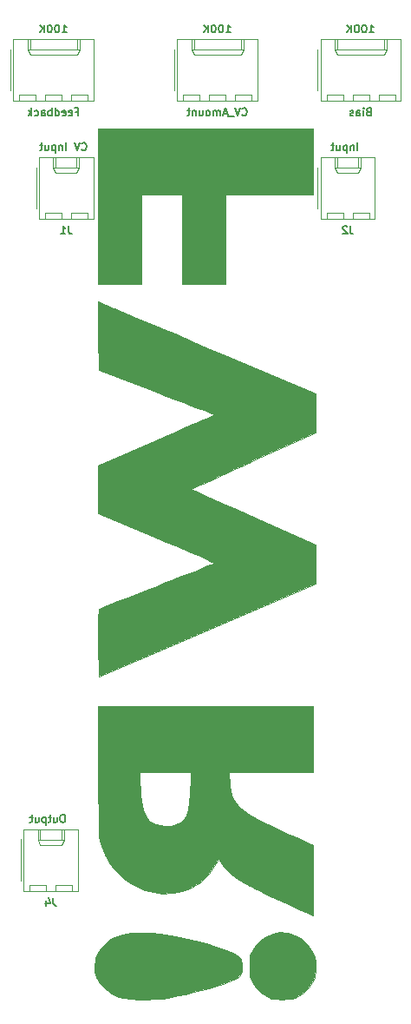
<source format=gbr>
%TF.GenerationSoftware,KiCad,Pcbnew,(5.1.8-0-10_14)*%
%TF.CreationDate,2021-07-20T21:06:28-04:00*%
%TF.ProjectId,fwr2,66777232-2e6b-4696-9361-645f70636258,rev?*%
%TF.SameCoordinates,Original*%
%TF.FileFunction,Legend,Bot*%
%TF.FilePolarity,Positive*%
%FSLAX46Y46*%
G04 Gerber Fmt 4.6, Leading zero omitted, Abs format (unit mm)*
G04 Created by KiCad (PCBNEW (5.1.8-0-10_14)) date 2021-07-20 21:06:28*
%MOMM*%
%LPD*%
G01*
G04 APERTURE LIST*
%ADD10C,0.010000*%
%ADD11C,0.120000*%
%ADD12C,0.150000*%
G04 APERTURE END LIST*
D10*
%TO.C,G\u002A\u002A\u002A*%
G36*
X112071877Y-144453600D02*
G01*
X112132815Y-144693367D01*
X112244251Y-144962819D01*
X112244601Y-144963583D01*
X112554904Y-145481786D01*
X112982057Y-145974902D01*
X113475688Y-146391190D01*
X113858759Y-146621629D01*
X114380773Y-146836195D01*
X114957346Y-146986876D01*
X115616668Y-147077828D01*
X116386932Y-147113208D01*
X117126000Y-147103508D01*
X117820811Y-147066181D01*
X118536827Y-147003064D01*
X119198535Y-146921467D01*
X119496667Y-146874057D01*
X120194698Y-146740748D01*
X120943805Y-146578510D01*
X121719572Y-146394258D01*
X122497581Y-146194904D01*
X123253416Y-145987365D01*
X123962660Y-145778552D01*
X124600895Y-145575382D01*
X125143706Y-145384768D01*
X125566673Y-145213624D01*
X125824112Y-145082317D01*
X126139914Y-144849463D01*
X126329164Y-144594940D01*
X126417784Y-144269299D01*
X126433603Y-143919749D01*
X126416996Y-143598608D01*
X126379488Y-143322441D01*
X126336326Y-143169901D01*
X126154058Y-142954559D01*
X125809594Y-142721364D01*
X125308857Y-142472705D01*
X124657772Y-142210967D01*
X123862261Y-141938537D01*
X122928248Y-141657802D01*
X121891293Y-141378729D01*
X120363202Y-141022201D01*
X118968387Y-140769382D01*
X117706272Y-140620261D01*
X116576284Y-140574828D01*
X115577847Y-140633071D01*
X114710387Y-140794981D01*
X113973328Y-141060545D01*
X113668091Y-141223386D01*
X113171574Y-141591669D01*
X112718710Y-142056784D01*
X112362942Y-142561415D01*
X112286456Y-142705139D01*
X112161382Y-143031758D01*
X112088345Y-143418414D01*
X112059546Y-143799193D01*
X112050949Y-144177535D01*
X112071877Y-144453600D01*
G37*
X112071877Y-144453600D02*
X112132815Y-144693367D01*
X112244251Y-144962819D01*
X112244601Y-144963583D01*
X112554904Y-145481786D01*
X112982057Y-145974902D01*
X113475688Y-146391190D01*
X113858759Y-146621629D01*
X114380773Y-146836195D01*
X114957346Y-146986876D01*
X115616668Y-147077828D01*
X116386932Y-147113208D01*
X117126000Y-147103508D01*
X117820811Y-147066181D01*
X118536827Y-147003064D01*
X119198535Y-146921467D01*
X119496667Y-146874057D01*
X120194698Y-146740748D01*
X120943805Y-146578510D01*
X121719572Y-146394258D01*
X122497581Y-146194904D01*
X123253416Y-145987365D01*
X123962660Y-145778552D01*
X124600895Y-145575382D01*
X125143706Y-145384768D01*
X125566673Y-145213624D01*
X125824112Y-145082317D01*
X126139914Y-144849463D01*
X126329164Y-144594940D01*
X126417784Y-144269299D01*
X126433603Y-143919749D01*
X126416996Y-143598608D01*
X126379488Y-143322441D01*
X126336326Y-143169901D01*
X126154058Y-142954559D01*
X125809594Y-142721364D01*
X125308857Y-142472705D01*
X124657772Y-142210967D01*
X123862261Y-141938537D01*
X122928248Y-141657802D01*
X121891293Y-141378729D01*
X120363202Y-141022201D01*
X118968387Y-140769382D01*
X117706272Y-140620261D01*
X116576284Y-140574828D01*
X115577847Y-140633071D01*
X114710387Y-140794981D01*
X113973328Y-141060545D01*
X113668091Y-141223386D01*
X113171574Y-141591669D01*
X112718710Y-142056784D01*
X112362942Y-142561415D01*
X112286456Y-142705139D01*
X112161382Y-143031758D01*
X112088345Y-143418414D01*
X112059546Y-143799193D01*
X112050949Y-144177535D01*
X112071877Y-144453600D01*
G36*
X112403632Y-124838834D02*
G01*
X112429670Y-131167667D01*
X112662208Y-131913366D01*
X113064899Y-132961902D01*
X113580239Y-133884418D01*
X114209465Y-134682413D01*
X114953813Y-135357385D01*
X115814522Y-135910833D01*
X116067667Y-136039935D01*
X116970339Y-136422036D01*
X117822125Y-136662676D01*
X118655455Y-136767814D01*
X119502756Y-136743409D01*
X119741172Y-136714966D01*
X120581553Y-136545412D01*
X121332725Y-136270813D01*
X122052853Y-135869515D01*
X122105665Y-135834750D01*
X122531599Y-135525845D01*
X122891359Y-135198911D01*
X123222103Y-134813444D01*
X123560987Y-134328945D01*
X123724710Y-134069973D01*
X124128594Y-133416280D01*
X124449332Y-133881976D01*
X124812573Y-134346750D01*
X125245008Y-134776442D01*
X125768918Y-135187990D01*
X126406582Y-135598332D01*
X127180281Y-136024404D01*
X127444782Y-136159096D01*
X127651266Y-136260038D01*
X127972030Y-136413592D01*
X128386777Y-136610291D01*
X128875211Y-136840666D01*
X129417037Y-137095247D01*
X129991958Y-137364568D01*
X130579678Y-137639159D01*
X131159901Y-137909552D01*
X131712330Y-138166279D01*
X132216671Y-138399872D01*
X132652627Y-138600862D01*
X132999901Y-138759780D01*
X133238198Y-138867159D01*
X133347221Y-138913530D01*
X133351532Y-138914667D01*
X133358117Y-138832959D01*
X133364213Y-138599674D01*
X133369663Y-138232565D01*
X133374311Y-137749389D01*
X133377999Y-137167898D01*
X133380572Y-136505850D01*
X133381872Y-135780997D01*
X133382000Y-135463746D01*
X133382000Y-132012825D01*
X131752167Y-131300022D01*
X130698701Y-130834928D01*
X129789414Y-130423137D01*
X129010473Y-130057062D01*
X128348051Y-129729118D01*
X127788318Y-129431718D01*
X127317443Y-129157277D01*
X126921596Y-128898207D01*
X126586949Y-128646923D01*
X126299672Y-128395838D01*
X126107556Y-128203700D01*
X125861196Y-127915328D01*
X125642283Y-127610863D01*
X125501575Y-127362861D01*
X125423800Y-127116007D01*
X125345763Y-126747615D01*
X125274519Y-126305321D01*
X125217129Y-125836764D01*
X125180649Y-125389579D01*
X125171518Y-125135167D01*
X125169334Y-124944667D01*
X133382000Y-124944667D01*
X133382000Y-118510000D01*
X121444000Y-118510000D01*
X121444000Y-124944667D01*
X121442189Y-125431500D01*
X121435793Y-125701337D01*
X121419607Y-126090928D01*
X121395968Y-126551127D01*
X121367215Y-127032789D01*
X121362618Y-127103667D01*
X121283620Y-127937642D01*
X121160319Y-128618498D01*
X120983227Y-129158832D01*
X120742860Y-129571239D01*
X120429732Y-129868315D01*
X120034358Y-130062657D01*
X119547251Y-130166861D01*
X119035438Y-130194000D01*
X118371786Y-130136077D01*
X117824858Y-129958256D01*
X117386004Y-129654455D01*
X117046573Y-129218596D01*
X116797912Y-128644598D01*
X116788554Y-128614896D01*
X116704397Y-128261240D01*
X116625892Y-127778004D01*
X116557192Y-127204932D01*
X116502448Y-126581771D01*
X116465810Y-125948266D01*
X116451655Y-125389167D01*
X116448667Y-124944667D01*
X121444000Y-124944667D01*
X121444000Y-118510000D01*
X112377595Y-118510000D01*
X112403632Y-124838834D01*
G37*
X112403632Y-124838834D02*
X112429670Y-131167667D01*
X112662208Y-131913366D01*
X113064899Y-132961902D01*
X113580239Y-133884418D01*
X114209465Y-134682413D01*
X114953813Y-135357385D01*
X115814522Y-135910833D01*
X116067667Y-136039935D01*
X116970339Y-136422036D01*
X117822125Y-136662676D01*
X118655455Y-136767814D01*
X119502756Y-136743409D01*
X119741172Y-136714966D01*
X120581553Y-136545412D01*
X121332725Y-136270813D01*
X122052853Y-135869515D01*
X122105665Y-135834750D01*
X122531599Y-135525845D01*
X122891359Y-135198911D01*
X123222103Y-134813444D01*
X123560987Y-134328945D01*
X123724710Y-134069973D01*
X124128594Y-133416280D01*
X124449332Y-133881976D01*
X124812573Y-134346750D01*
X125245008Y-134776442D01*
X125768918Y-135187990D01*
X126406582Y-135598332D01*
X127180281Y-136024404D01*
X127444782Y-136159096D01*
X127651266Y-136260038D01*
X127972030Y-136413592D01*
X128386777Y-136610291D01*
X128875211Y-136840666D01*
X129417037Y-137095247D01*
X129991958Y-137364568D01*
X130579678Y-137639159D01*
X131159901Y-137909552D01*
X131712330Y-138166279D01*
X132216671Y-138399872D01*
X132652627Y-138600862D01*
X132999901Y-138759780D01*
X133238198Y-138867159D01*
X133347221Y-138913530D01*
X133351532Y-138914667D01*
X133358117Y-138832959D01*
X133364213Y-138599674D01*
X133369663Y-138232565D01*
X133374311Y-137749389D01*
X133377999Y-137167898D01*
X133380572Y-136505850D01*
X133381872Y-135780997D01*
X133382000Y-135463746D01*
X133382000Y-132012825D01*
X131752167Y-131300022D01*
X130698701Y-130834928D01*
X129789414Y-130423137D01*
X129010473Y-130057062D01*
X128348051Y-129729118D01*
X127788318Y-129431718D01*
X127317443Y-129157277D01*
X126921596Y-128898207D01*
X126586949Y-128646923D01*
X126299672Y-128395838D01*
X126107556Y-128203700D01*
X125861196Y-127915328D01*
X125642283Y-127610863D01*
X125501575Y-127362861D01*
X125423800Y-127116007D01*
X125345763Y-126747615D01*
X125274519Y-126305321D01*
X125217129Y-125836764D01*
X125180649Y-125389579D01*
X125171518Y-125135167D01*
X125169334Y-124944667D01*
X133382000Y-124944667D01*
X133382000Y-118510000D01*
X121444000Y-118510000D01*
X121444000Y-124944667D01*
X121442189Y-125431500D01*
X121435793Y-125701337D01*
X121419607Y-126090928D01*
X121395968Y-126551127D01*
X121367215Y-127032789D01*
X121362618Y-127103667D01*
X121283620Y-127937642D01*
X121160319Y-128618498D01*
X120983227Y-129158832D01*
X120742860Y-129571239D01*
X120429732Y-129868315D01*
X120034358Y-130062657D01*
X119547251Y-130166861D01*
X119035438Y-130194000D01*
X118371786Y-130136077D01*
X117824858Y-129958256D01*
X117386004Y-129654455D01*
X117046573Y-129218596D01*
X116797912Y-128644598D01*
X116788554Y-128614896D01*
X116704397Y-128261240D01*
X116625892Y-127778004D01*
X116557192Y-127204932D01*
X116502448Y-126581771D01*
X116465810Y-125948266D01*
X116451655Y-125389167D01*
X116448667Y-124944667D01*
X121444000Y-124944667D01*
X121444000Y-118510000D01*
X112377595Y-118510000D01*
X112403632Y-124838834D01*
G36*
X116618000Y-77362000D02*
G01*
X116618000Y-68641334D01*
X120597334Y-68641334D01*
X120597334Y-77362000D01*
X124830667Y-77362000D01*
X124830667Y-68641334D01*
X133382000Y-68641334D01*
X133382000Y-62206667D01*
X112384667Y-62206667D01*
X112384667Y-77362000D01*
X116618000Y-77362000D01*
G37*
X116618000Y-77362000D02*
X116618000Y-68641334D01*
X120597334Y-68641334D01*
X120597334Y-77362000D01*
X124830667Y-77362000D01*
X124830667Y-68641334D01*
X133382000Y-68641334D01*
X133382000Y-62206667D01*
X112384667Y-62206667D01*
X112384667Y-77362000D01*
X116618000Y-77362000D01*
G36*
X127162871Y-144294551D02*
G01*
X127179774Y-144599974D01*
X127217648Y-144831729D01*
X127284431Y-145037612D01*
X127388061Y-145265417D01*
X127392723Y-145274924D01*
X127790557Y-145920394D01*
X128285788Y-146430036D01*
X128876177Y-146806722D01*
X129137250Y-146930154D01*
X129352015Y-147010447D01*
X129570155Y-147056828D01*
X129841353Y-147078523D01*
X130215292Y-147084761D01*
X130374553Y-147085000D01*
X130806304Y-147080732D01*
X131117251Y-147062784D01*
X131355821Y-147023441D01*
X131570439Y-146954984D01*
X131788163Y-146859752D01*
X132415491Y-146473870D01*
X132941232Y-145957451D01*
X133303692Y-145413011D01*
X133436843Y-145151382D01*
X133522052Y-144930646D01*
X133571400Y-144696386D01*
X133596971Y-144394181D01*
X133609193Y-144037000D01*
X133611590Y-143651604D01*
X133600524Y-143309974D01*
X133578204Y-143060848D01*
X133561211Y-142978667D01*
X133249753Y-142281768D01*
X132811880Y-141680201D01*
X132265877Y-141190147D01*
X131630028Y-140827787D01*
X130922622Y-140609301D01*
X130873393Y-140600253D01*
X130194452Y-140563413D01*
X129521674Y-140680843D01*
X128881194Y-140938659D01*
X128299146Y-141322980D01*
X127801666Y-141819922D01*
X127414887Y-142415605D01*
X127400164Y-142445202D01*
X127291956Y-142679953D01*
X127221904Y-142886791D01*
X127181843Y-143113888D01*
X127163604Y-143409415D01*
X127159022Y-143821543D01*
X127159000Y-143867667D01*
X127162871Y-144294551D01*
G37*
X127162871Y-144294551D02*
X127179774Y-144599974D01*
X127217648Y-144831729D01*
X127284431Y-145037612D01*
X127388061Y-145265417D01*
X127392723Y-145274924D01*
X127790557Y-145920394D01*
X128285788Y-146430036D01*
X128876177Y-146806722D01*
X129137250Y-146930154D01*
X129352015Y-147010447D01*
X129570155Y-147056828D01*
X129841353Y-147078523D01*
X130215292Y-147084761D01*
X130374553Y-147085000D01*
X130806304Y-147080732D01*
X131117251Y-147062784D01*
X131355821Y-147023441D01*
X131570439Y-146954984D01*
X131788163Y-146859752D01*
X132415491Y-146473870D01*
X132941232Y-145957451D01*
X133303692Y-145413011D01*
X133436843Y-145151382D01*
X133522052Y-144930646D01*
X133571400Y-144696386D01*
X133596971Y-144394181D01*
X133609193Y-144037000D01*
X133611590Y-143651604D01*
X133600524Y-143309974D01*
X133578204Y-143060848D01*
X133561211Y-142978667D01*
X133249753Y-142281768D01*
X132811880Y-141680201D01*
X132265877Y-141190147D01*
X131630028Y-140827787D01*
X130922622Y-140609301D01*
X130873393Y-140600253D01*
X130194452Y-140563413D01*
X129521674Y-140680843D01*
X128881194Y-140938659D01*
X128299146Y-141322980D01*
X127801666Y-141819922D01*
X127414887Y-142415605D01*
X127400164Y-142445202D01*
X127291956Y-142679953D01*
X127221904Y-142886791D01*
X127181843Y-143113888D01*
X127163604Y-143409415D01*
X127159022Y-143821543D01*
X127159000Y-143867667D01*
X127162871Y-144294551D01*
G36*
X112404868Y-82418504D02*
G01*
X112427000Y-85767131D01*
X118072141Y-87893399D01*
X119003591Y-88244610D01*
X119888176Y-88578881D01*
X120713205Y-88891370D01*
X121465986Y-89177236D01*
X122133829Y-89431638D01*
X122704043Y-89649733D01*
X123163936Y-89826680D01*
X123500817Y-89957638D01*
X123701995Y-90037765D01*
X123756689Y-90062000D01*
X123687395Y-90101448D01*
X123474489Y-90202215D01*
X123130031Y-90358984D01*
X122666080Y-90566440D01*
X122094697Y-90819266D01*
X121427942Y-91112147D01*
X120677872Y-91439766D01*
X119856550Y-91796806D01*
X118976033Y-92177953D01*
X118090729Y-92559667D01*
X112385362Y-95015000D01*
X112386077Y-97343334D01*
X112386793Y-99671667D01*
X118094915Y-102084667D01*
X119021726Y-102477474D01*
X119900285Y-102851804D01*
X120718533Y-103202397D01*
X121464411Y-103523992D01*
X122125861Y-103811329D01*
X122690822Y-104059147D01*
X123147237Y-104262185D01*
X123483047Y-104415183D01*
X123686192Y-104512879D01*
X123745352Y-104549647D01*
X123658867Y-104588460D01*
X123427440Y-104683920D01*
X123063813Y-104830958D01*
X122580730Y-105024506D01*
X121990934Y-105259494D01*
X121307168Y-105530853D01*
X120542175Y-105833514D01*
X119708700Y-106162408D01*
X118819484Y-106512466D01*
X118126861Y-106784591D01*
X117203306Y-107147431D01*
X116325151Y-107492990D01*
X115505241Y-107816178D01*
X114756421Y-108111906D01*
X114091535Y-108375086D01*
X113523427Y-108600627D01*
X113064942Y-108783442D01*
X112728924Y-108918439D01*
X112528217Y-109000532D01*
X112474353Y-109024232D01*
X112448604Y-109107526D01*
X112428441Y-109326053D01*
X112413742Y-109685778D01*
X112404379Y-110192664D01*
X112400230Y-110852677D01*
X112401169Y-111671779D01*
X112404825Y-112348701D01*
X112427000Y-115616496D01*
X133639108Y-106544230D01*
X133616388Y-104642065D01*
X133593667Y-102739899D01*
X127528651Y-100062783D01*
X126574905Y-99641080D01*
X125667920Y-99238660D01*
X124819361Y-98860781D01*
X124040891Y-98512705D01*
X123344175Y-98199689D01*
X122740878Y-97926995D01*
X122242662Y-97699882D01*
X121861193Y-97523610D01*
X121608135Y-97403439D01*
X121495152Y-97344628D01*
X121490216Y-97339854D01*
X121569691Y-97298567D01*
X121791772Y-97192977D01*
X122144734Y-97028458D01*
X122616850Y-96810385D01*
X123196392Y-96544131D01*
X123871634Y-96235070D01*
X124630850Y-95888576D01*
X125462311Y-95510023D01*
X126354292Y-95104784D01*
X127295066Y-94678234D01*
X127576399Y-94550838D01*
X133636000Y-91807633D01*
X133634670Y-89897650D01*
X133633339Y-87987667D01*
X124554170Y-84181457D01*
X123341388Y-83672990D01*
X122149057Y-83173021D01*
X120989199Y-82686594D01*
X119873836Y-82218756D01*
X118814989Y-81774551D01*
X117824683Y-81359024D01*
X116914937Y-80977221D01*
X116097775Y-80634186D01*
X115385219Y-80334964D01*
X114789291Y-80084601D01*
X114322012Y-79888142D01*
X113995406Y-79750631D01*
X113928868Y-79722562D01*
X112382737Y-79069878D01*
X112404868Y-82418504D01*
G37*
X112404868Y-82418504D02*
X112427000Y-85767131D01*
X118072141Y-87893399D01*
X119003591Y-88244610D01*
X119888176Y-88578881D01*
X120713205Y-88891370D01*
X121465986Y-89177236D01*
X122133829Y-89431638D01*
X122704043Y-89649733D01*
X123163936Y-89826680D01*
X123500817Y-89957638D01*
X123701995Y-90037765D01*
X123756689Y-90062000D01*
X123687395Y-90101448D01*
X123474489Y-90202215D01*
X123130031Y-90358984D01*
X122666080Y-90566440D01*
X122094697Y-90819266D01*
X121427942Y-91112147D01*
X120677872Y-91439766D01*
X119856550Y-91796806D01*
X118976033Y-92177953D01*
X118090729Y-92559667D01*
X112385362Y-95015000D01*
X112386077Y-97343334D01*
X112386793Y-99671667D01*
X118094915Y-102084667D01*
X119021726Y-102477474D01*
X119900285Y-102851804D01*
X120718533Y-103202397D01*
X121464411Y-103523992D01*
X122125861Y-103811329D01*
X122690822Y-104059147D01*
X123147237Y-104262185D01*
X123483047Y-104415183D01*
X123686192Y-104512879D01*
X123745352Y-104549647D01*
X123658867Y-104588460D01*
X123427440Y-104683920D01*
X123063813Y-104830958D01*
X122580730Y-105024506D01*
X121990934Y-105259494D01*
X121307168Y-105530853D01*
X120542175Y-105833514D01*
X119708700Y-106162408D01*
X118819484Y-106512466D01*
X118126861Y-106784591D01*
X117203306Y-107147431D01*
X116325151Y-107492990D01*
X115505241Y-107816178D01*
X114756421Y-108111906D01*
X114091535Y-108375086D01*
X113523427Y-108600627D01*
X113064942Y-108783442D01*
X112728924Y-108918439D01*
X112528217Y-109000532D01*
X112474353Y-109024232D01*
X112448604Y-109107526D01*
X112428441Y-109326053D01*
X112413742Y-109685778D01*
X112404379Y-110192664D01*
X112400230Y-110852677D01*
X112401169Y-111671779D01*
X112404825Y-112348701D01*
X112427000Y-115616496D01*
X133639108Y-106544230D01*
X133616388Y-104642065D01*
X133593667Y-102739899D01*
X127528651Y-100062783D01*
X126574905Y-99641080D01*
X125667920Y-99238660D01*
X124819361Y-98860781D01*
X124040891Y-98512705D01*
X123344175Y-98199689D01*
X122740878Y-97926995D01*
X122242662Y-97699882D01*
X121861193Y-97523610D01*
X121608135Y-97403439D01*
X121495152Y-97344628D01*
X121490216Y-97339854D01*
X121569691Y-97298567D01*
X121791772Y-97192977D01*
X122144734Y-97028458D01*
X122616850Y-96810385D01*
X123196392Y-96544131D01*
X123871634Y-96235070D01*
X124630850Y-95888576D01*
X125462311Y-95510023D01*
X126354292Y-95104784D01*
X127295066Y-94678234D01*
X127576399Y-94550838D01*
X133636000Y-91807633D01*
X133634670Y-89897650D01*
X133633339Y-87987667D01*
X124554170Y-84181457D01*
X123341388Y-83672990D01*
X122149057Y-83173021D01*
X120989199Y-82686594D01*
X119873836Y-82218756D01*
X118814989Y-81774551D01*
X117824683Y-81359024D01*
X116914937Y-80977221D01*
X116097775Y-80634186D01*
X115385219Y-80334964D01*
X114789291Y-80084601D01*
X114322012Y-79888142D01*
X113995406Y-79750631D01*
X113928868Y-79722562D01*
X112382737Y-79069878D01*
X112404868Y-82418504D01*
D11*
%TO.C,J4*%
X105120000Y-136530000D02*
X105120000Y-130510000D01*
X105120000Y-130510000D02*
X110420000Y-130510000D01*
X110420000Y-130510000D02*
X110420000Y-136530000D01*
X110420000Y-136530000D02*
X105120000Y-136530000D01*
X104830000Y-135500000D02*
X104830000Y-131500000D01*
X106500000Y-130510000D02*
X106500000Y-131510000D01*
X106500000Y-131510000D02*
X109040000Y-131510000D01*
X109040000Y-131510000D02*
X109040000Y-130510000D01*
X106500000Y-131510000D02*
X106750000Y-132040000D01*
X106750000Y-132040000D02*
X108790000Y-132040000D01*
X108790000Y-132040000D02*
X109040000Y-131510000D01*
X106750000Y-130510000D02*
X106750000Y-131510000D01*
X108790000Y-130510000D02*
X108790000Y-131510000D01*
X105700000Y-136530000D02*
X105700000Y-135930000D01*
X105700000Y-135930000D02*
X107300000Y-135930000D01*
X107300000Y-135930000D02*
X107300000Y-136530000D01*
X108240000Y-136530000D02*
X108240000Y-135930000D01*
X108240000Y-135930000D02*
X109840000Y-135930000D01*
X109840000Y-135930000D02*
X109840000Y-136530000D01*
%TO.C,Bias*%
X134120000Y-59530000D02*
X134120000Y-53510000D01*
X134120000Y-53510000D02*
X141960000Y-53510000D01*
X141960000Y-53510000D02*
X141960000Y-59530000D01*
X141960000Y-59530000D02*
X134120000Y-59530000D01*
X133830000Y-58500000D02*
X133830000Y-54500000D01*
X135500000Y-53510000D02*
X135500000Y-54510000D01*
X135500000Y-54510000D02*
X140580000Y-54510000D01*
X140580000Y-54510000D02*
X140580000Y-53510000D01*
X135500000Y-54510000D02*
X135750000Y-55040000D01*
X135750000Y-55040000D02*
X140330000Y-55040000D01*
X140330000Y-55040000D02*
X140580000Y-54510000D01*
X135750000Y-53510000D02*
X135750000Y-54510000D01*
X140330000Y-53510000D02*
X140330000Y-54510000D01*
X134700000Y-59530000D02*
X134700000Y-58930000D01*
X134700000Y-58930000D02*
X136300000Y-58930000D01*
X136300000Y-58930000D02*
X136300000Y-59530000D01*
X137240000Y-59530000D02*
X137240000Y-58930000D01*
X137240000Y-58930000D02*
X138840000Y-58930000D01*
X138840000Y-58930000D02*
X138840000Y-59530000D01*
X139780000Y-59530000D02*
X139780000Y-58930000D01*
X139780000Y-58930000D02*
X141380000Y-58930000D01*
X141380000Y-58930000D02*
X141380000Y-59530000D01*
%TO.C,CV_Amount*%
X127380000Y-58930000D02*
X127380000Y-59530000D01*
X125780000Y-58930000D02*
X127380000Y-58930000D01*
X125780000Y-59530000D02*
X125780000Y-58930000D01*
X124840000Y-58930000D02*
X124840000Y-59530000D01*
X123240000Y-58930000D02*
X124840000Y-58930000D01*
X123240000Y-59530000D02*
X123240000Y-58930000D01*
X122300000Y-58930000D02*
X122300000Y-59530000D01*
X120700000Y-58930000D02*
X122300000Y-58930000D01*
X120700000Y-59530000D02*
X120700000Y-58930000D01*
X126330000Y-53510000D02*
X126330000Y-54510000D01*
X121750000Y-53510000D02*
X121750000Y-54510000D01*
X126330000Y-55040000D02*
X126580000Y-54510000D01*
X121750000Y-55040000D02*
X126330000Y-55040000D01*
X121500000Y-54510000D02*
X121750000Y-55040000D01*
X126580000Y-54510000D02*
X126580000Y-53510000D01*
X121500000Y-54510000D02*
X126580000Y-54510000D01*
X121500000Y-53510000D02*
X121500000Y-54510000D01*
X119830000Y-58500000D02*
X119830000Y-54500000D01*
X127960000Y-59530000D02*
X120120000Y-59530000D01*
X127960000Y-53510000D02*
X127960000Y-59530000D01*
X120120000Y-53510000D02*
X127960000Y-53510000D01*
X120120000Y-59530000D02*
X120120000Y-53510000D01*
%TO.C,Feedback*%
X104120000Y-59530000D02*
X104120000Y-53510000D01*
X104120000Y-53510000D02*
X111960000Y-53510000D01*
X111960000Y-53510000D02*
X111960000Y-59530000D01*
X111960000Y-59530000D02*
X104120000Y-59530000D01*
X103830000Y-58500000D02*
X103830000Y-54500000D01*
X105500000Y-53510000D02*
X105500000Y-54510000D01*
X105500000Y-54510000D02*
X110580000Y-54510000D01*
X110580000Y-54510000D02*
X110580000Y-53510000D01*
X105500000Y-54510000D02*
X105750000Y-55040000D01*
X105750000Y-55040000D02*
X110330000Y-55040000D01*
X110330000Y-55040000D02*
X110580000Y-54510000D01*
X105750000Y-53510000D02*
X105750000Y-54510000D01*
X110330000Y-53510000D02*
X110330000Y-54510000D01*
X104700000Y-59530000D02*
X104700000Y-58930000D01*
X104700000Y-58930000D02*
X106300000Y-58930000D01*
X106300000Y-58930000D02*
X106300000Y-59530000D01*
X107240000Y-59530000D02*
X107240000Y-58930000D01*
X107240000Y-58930000D02*
X108840000Y-58930000D01*
X108840000Y-58930000D02*
X108840000Y-59530000D01*
X109780000Y-59530000D02*
X109780000Y-58930000D01*
X109780000Y-58930000D02*
X111380000Y-58930000D01*
X111380000Y-58930000D02*
X111380000Y-59530000D01*
%TO.C,J1*%
X111340000Y-70430000D02*
X111340000Y-71030000D01*
X109740000Y-70430000D02*
X111340000Y-70430000D01*
X109740000Y-71030000D02*
X109740000Y-70430000D01*
X108800000Y-70430000D02*
X108800000Y-71030000D01*
X107200000Y-70430000D02*
X108800000Y-70430000D01*
X107200000Y-71030000D02*
X107200000Y-70430000D01*
X110290000Y-65010000D02*
X110290000Y-66010000D01*
X108250000Y-65010000D02*
X108250000Y-66010000D01*
X110290000Y-66540000D02*
X110540000Y-66010000D01*
X108250000Y-66540000D02*
X110290000Y-66540000D01*
X108000000Y-66010000D02*
X108250000Y-66540000D01*
X110540000Y-66010000D02*
X110540000Y-65010000D01*
X108000000Y-66010000D02*
X110540000Y-66010000D01*
X108000000Y-65010000D02*
X108000000Y-66010000D01*
X106330000Y-70000000D02*
X106330000Y-66000000D01*
X111920000Y-71030000D02*
X106620000Y-71030000D01*
X111920000Y-65010000D02*
X111920000Y-71030000D01*
X106620000Y-65010000D02*
X111920000Y-65010000D01*
X106620000Y-71030000D02*
X106620000Y-65010000D01*
%TO.C,J2*%
X134120000Y-71030000D02*
X134120000Y-65010000D01*
X134120000Y-65010000D02*
X139420000Y-65010000D01*
X139420000Y-65010000D02*
X139420000Y-71030000D01*
X139420000Y-71030000D02*
X134120000Y-71030000D01*
X133830000Y-70000000D02*
X133830000Y-66000000D01*
X135500000Y-65010000D02*
X135500000Y-66010000D01*
X135500000Y-66010000D02*
X138040000Y-66010000D01*
X138040000Y-66010000D02*
X138040000Y-65010000D01*
X135500000Y-66010000D02*
X135750000Y-66540000D01*
X135750000Y-66540000D02*
X137790000Y-66540000D01*
X137790000Y-66540000D02*
X138040000Y-66010000D01*
X135750000Y-65010000D02*
X135750000Y-66010000D01*
X137790000Y-65010000D02*
X137790000Y-66010000D01*
X134700000Y-71030000D02*
X134700000Y-70430000D01*
X134700000Y-70430000D02*
X136300000Y-70430000D01*
X136300000Y-70430000D02*
X136300000Y-71030000D01*
X137240000Y-71030000D02*
X137240000Y-70430000D01*
X137240000Y-70430000D02*
X138840000Y-70430000D01*
X138840000Y-70430000D02*
X138840000Y-71030000D01*
%TO.C,J4*%
D12*
X108020000Y-137209285D02*
X108020000Y-137745000D01*
X108055714Y-137852142D01*
X108127142Y-137923571D01*
X108234285Y-137959285D01*
X108305714Y-137959285D01*
X107341428Y-137459285D02*
X107341428Y-137959285D01*
X107520000Y-137173571D02*
X107698571Y-137709285D01*
X107234285Y-137709285D01*
X109017857Y-129089285D02*
X108875000Y-129089285D01*
X108803571Y-129125000D01*
X108732142Y-129196428D01*
X108696428Y-129339285D01*
X108696428Y-129589285D01*
X108732142Y-129732142D01*
X108803571Y-129803571D01*
X108875000Y-129839285D01*
X109017857Y-129839285D01*
X109089285Y-129803571D01*
X109160714Y-129732142D01*
X109196428Y-129589285D01*
X109196428Y-129339285D01*
X109160714Y-129196428D01*
X109089285Y-129125000D01*
X109017857Y-129089285D01*
X108053571Y-129339285D02*
X108053571Y-129839285D01*
X108375000Y-129339285D02*
X108375000Y-129732142D01*
X108339285Y-129803571D01*
X108267857Y-129839285D01*
X108160714Y-129839285D01*
X108089285Y-129803571D01*
X108053571Y-129767857D01*
X107803571Y-129339285D02*
X107517857Y-129339285D01*
X107696428Y-129089285D02*
X107696428Y-129732142D01*
X107660714Y-129803571D01*
X107589285Y-129839285D01*
X107517857Y-129839285D01*
X107267857Y-129339285D02*
X107267857Y-130089285D01*
X107267857Y-129375000D02*
X107196428Y-129339285D01*
X107053571Y-129339285D01*
X106982142Y-129375000D01*
X106946428Y-129410714D01*
X106910714Y-129482142D01*
X106910714Y-129696428D01*
X106946428Y-129767857D01*
X106982142Y-129803571D01*
X107053571Y-129839285D01*
X107196428Y-129839285D01*
X107267857Y-129803571D01*
X106267857Y-129339285D02*
X106267857Y-129839285D01*
X106589285Y-129339285D02*
X106589285Y-129732142D01*
X106553571Y-129803571D01*
X106482142Y-129839285D01*
X106375000Y-129839285D01*
X106303571Y-129803571D01*
X106267857Y-129767857D01*
X106017857Y-129339285D02*
X105732142Y-129339285D01*
X105910714Y-129089285D02*
X105910714Y-129732142D01*
X105875000Y-129803571D01*
X105803571Y-129839285D01*
X105732142Y-129839285D01*
%TO.C,Bias*%
X138807857Y-60566428D02*
X138700714Y-60602142D01*
X138665000Y-60637857D01*
X138629285Y-60709285D01*
X138629285Y-60816428D01*
X138665000Y-60887857D01*
X138700714Y-60923571D01*
X138772142Y-60959285D01*
X139057857Y-60959285D01*
X139057857Y-60209285D01*
X138807857Y-60209285D01*
X138736428Y-60245000D01*
X138700714Y-60280714D01*
X138665000Y-60352142D01*
X138665000Y-60423571D01*
X138700714Y-60495000D01*
X138736428Y-60530714D01*
X138807857Y-60566428D01*
X139057857Y-60566428D01*
X138307857Y-60959285D02*
X138307857Y-60459285D01*
X138307857Y-60209285D02*
X138343571Y-60245000D01*
X138307857Y-60280714D01*
X138272142Y-60245000D01*
X138307857Y-60209285D01*
X138307857Y-60280714D01*
X137629285Y-60959285D02*
X137629285Y-60566428D01*
X137665000Y-60495000D01*
X137736428Y-60459285D01*
X137879285Y-60459285D01*
X137950714Y-60495000D01*
X137629285Y-60923571D02*
X137700714Y-60959285D01*
X137879285Y-60959285D01*
X137950714Y-60923571D01*
X137986428Y-60852142D01*
X137986428Y-60780714D01*
X137950714Y-60709285D01*
X137879285Y-60673571D01*
X137700714Y-60673571D01*
X137629285Y-60637857D01*
X137307857Y-60923571D02*
X137236428Y-60959285D01*
X137093571Y-60959285D01*
X137022142Y-60923571D01*
X136986428Y-60852142D01*
X136986428Y-60816428D01*
X137022142Y-60745000D01*
X137093571Y-60709285D01*
X137200714Y-60709285D01*
X137272142Y-60673571D01*
X137307857Y-60602142D01*
X137307857Y-60566428D01*
X137272142Y-60495000D01*
X137200714Y-60459285D01*
X137093571Y-60459285D01*
X137022142Y-60495000D01*
X138875000Y-52839285D02*
X139303571Y-52839285D01*
X139089285Y-52839285D02*
X139089285Y-52089285D01*
X139160714Y-52196428D01*
X139232142Y-52267857D01*
X139303571Y-52303571D01*
X138410714Y-52089285D02*
X138339285Y-52089285D01*
X138267857Y-52125000D01*
X138232142Y-52160714D01*
X138196428Y-52232142D01*
X138160714Y-52375000D01*
X138160714Y-52553571D01*
X138196428Y-52696428D01*
X138232142Y-52767857D01*
X138267857Y-52803571D01*
X138339285Y-52839285D01*
X138410714Y-52839285D01*
X138482142Y-52803571D01*
X138517857Y-52767857D01*
X138553571Y-52696428D01*
X138589285Y-52553571D01*
X138589285Y-52375000D01*
X138553571Y-52232142D01*
X138517857Y-52160714D01*
X138482142Y-52125000D01*
X138410714Y-52089285D01*
X137696428Y-52089285D02*
X137625000Y-52089285D01*
X137553571Y-52125000D01*
X137517857Y-52160714D01*
X137482142Y-52232142D01*
X137446428Y-52375000D01*
X137446428Y-52553571D01*
X137482142Y-52696428D01*
X137517857Y-52767857D01*
X137553571Y-52803571D01*
X137625000Y-52839285D01*
X137696428Y-52839285D01*
X137767857Y-52803571D01*
X137803571Y-52767857D01*
X137839285Y-52696428D01*
X137875000Y-52553571D01*
X137875000Y-52375000D01*
X137839285Y-52232142D01*
X137803571Y-52160714D01*
X137767857Y-52125000D01*
X137696428Y-52089285D01*
X137125000Y-52839285D02*
X137125000Y-52089285D01*
X136696428Y-52839285D02*
X137017857Y-52410714D01*
X136696428Y-52089285D02*
X137125000Y-52517857D01*
%TO.C,CV_Amount*%
X126468571Y-60887857D02*
X126504285Y-60923571D01*
X126611428Y-60959285D01*
X126682857Y-60959285D01*
X126790000Y-60923571D01*
X126861428Y-60852142D01*
X126897142Y-60780714D01*
X126932857Y-60637857D01*
X126932857Y-60530714D01*
X126897142Y-60387857D01*
X126861428Y-60316428D01*
X126790000Y-60245000D01*
X126682857Y-60209285D01*
X126611428Y-60209285D01*
X126504285Y-60245000D01*
X126468571Y-60280714D01*
X126254285Y-60209285D02*
X126004285Y-60959285D01*
X125754285Y-60209285D01*
X125682857Y-61030714D02*
X125111428Y-61030714D01*
X124968571Y-60745000D02*
X124611428Y-60745000D01*
X125040000Y-60959285D02*
X124790000Y-60209285D01*
X124540000Y-60959285D01*
X124290000Y-60959285D02*
X124290000Y-60459285D01*
X124290000Y-60530714D02*
X124254285Y-60495000D01*
X124182857Y-60459285D01*
X124075714Y-60459285D01*
X124004285Y-60495000D01*
X123968571Y-60566428D01*
X123968571Y-60959285D01*
X123968571Y-60566428D02*
X123932857Y-60495000D01*
X123861428Y-60459285D01*
X123754285Y-60459285D01*
X123682857Y-60495000D01*
X123647142Y-60566428D01*
X123647142Y-60959285D01*
X123182857Y-60959285D02*
X123254285Y-60923571D01*
X123290000Y-60887857D01*
X123325714Y-60816428D01*
X123325714Y-60602142D01*
X123290000Y-60530714D01*
X123254285Y-60495000D01*
X123182857Y-60459285D01*
X123075714Y-60459285D01*
X123004285Y-60495000D01*
X122968571Y-60530714D01*
X122932857Y-60602142D01*
X122932857Y-60816428D01*
X122968571Y-60887857D01*
X123004285Y-60923571D01*
X123075714Y-60959285D01*
X123182857Y-60959285D01*
X122290000Y-60459285D02*
X122290000Y-60959285D01*
X122611428Y-60459285D02*
X122611428Y-60852142D01*
X122575714Y-60923571D01*
X122504285Y-60959285D01*
X122397142Y-60959285D01*
X122325714Y-60923571D01*
X122290000Y-60887857D01*
X121932857Y-60459285D02*
X121932857Y-60959285D01*
X121932857Y-60530714D02*
X121897142Y-60495000D01*
X121825714Y-60459285D01*
X121718571Y-60459285D01*
X121647142Y-60495000D01*
X121611428Y-60566428D01*
X121611428Y-60959285D01*
X121361428Y-60459285D02*
X121075714Y-60459285D01*
X121254285Y-60209285D02*
X121254285Y-60852142D01*
X121218571Y-60923571D01*
X121147142Y-60959285D01*
X121075714Y-60959285D01*
X124875000Y-52839285D02*
X125303571Y-52839285D01*
X125089285Y-52839285D02*
X125089285Y-52089285D01*
X125160714Y-52196428D01*
X125232142Y-52267857D01*
X125303571Y-52303571D01*
X124410714Y-52089285D02*
X124339285Y-52089285D01*
X124267857Y-52125000D01*
X124232142Y-52160714D01*
X124196428Y-52232142D01*
X124160714Y-52375000D01*
X124160714Y-52553571D01*
X124196428Y-52696428D01*
X124232142Y-52767857D01*
X124267857Y-52803571D01*
X124339285Y-52839285D01*
X124410714Y-52839285D01*
X124482142Y-52803571D01*
X124517857Y-52767857D01*
X124553571Y-52696428D01*
X124589285Y-52553571D01*
X124589285Y-52375000D01*
X124553571Y-52232142D01*
X124517857Y-52160714D01*
X124482142Y-52125000D01*
X124410714Y-52089285D01*
X123696428Y-52089285D02*
X123625000Y-52089285D01*
X123553571Y-52125000D01*
X123517857Y-52160714D01*
X123482142Y-52232142D01*
X123446428Y-52375000D01*
X123446428Y-52553571D01*
X123482142Y-52696428D01*
X123517857Y-52767857D01*
X123553571Y-52803571D01*
X123625000Y-52839285D01*
X123696428Y-52839285D01*
X123767857Y-52803571D01*
X123803571Y-52767857D01*
X123839285Y-52696428D01*
X123875000Y-52553571D01*
X123875000Y-52375000D01*
X123839285Y-52232142D01*
X123803571Y-52160714D01*
X123767857Y-52125000D01*
X123696428Y-52089285D01*
X123125000Y-52839285D02*
X123125000Y-52089285D01*
X122696428Y-52839285D02*
X123017857Y-52410714D01*
X122696428Y-52089285D02*
X123125000Y-52517857D01*
%TO.C,Feedback*%
X110218571Y-60566428D02*
X110468571Y-60566428D01*
X110468571Y-60959285D02*
X110468571Y-60209285D01*
X110111428Y-60209285D01*
X109540000Y-60923571D02*
X109611428Y-60959285D01*
X109754285Y-60959285D01*
X109825714Y-60923571D01*
X109861428Y-60852142D01*
X109861428Y-60566428D01*
X109825714Y-60495000D01*
X109754285Y-60459285D01*
X109611428Y-60459285D01*
X109540000Y-60495000D01*
X109504285Y-60566428D01*
X109504285Y-60637857D01*
X109861428Y-60709285D01*
X108897142Y-60923571D02*
X108968571Y-60959285D01*
X109111428Y-60959285D01*
X109182857Y-60923571D01*
X109218571Y-60852142D01*
X109218571Y-60566428D01*
X109182857Y-60495000D01*
X109111428Y-60459285D01*
X108968571Y-60459285D01*
X108897142Y-60495000D01*
X108861428Y-60566428D01*
X108861428Y-60637857D01*
X109218571Y-60709285D01*
X108218571Y-60959285D02*
X108218571Y-60209285D01*
X108218571Y-60923571D02*
X108290000Y-60959285D01*
X108432857Y-60959285D01*
X108504285Y-60923571D01*
X108540000Y-60887857D01*
X108575714Y-60816428D01*
X108575714Y-60602142D01*
X108540000Y-60530714D01*
X108504285Y-60495000D01*
X108432857Y-60459285D01*
X108290000Y-60459285D01*
X108218571Y-60495000D01*
X107861428Y-60959285D02*
X107861428Y-60209285D01*
X107861428Y-60495000D02*
X107790000Y-60459285D01*
X107647142Y-60459285D01*
X107575714Y-60495000D01*
X107540000Y-60530714D01*
X107504285Y-60602142D01*
X107504285Y-60816428D01*
X107540000Y-60887857D01*
X107575714Y-60923571D01*
X107647142Y-60959285D01*
X107790000Y-60959285D01*
X107861428Y-60923571D01*
X106861428Y-60959285D02*
X106861428Y-60566428D01*
X106897142Y-60495000D01*
X106968571Y-60459285D01*
X107111428Y-60459285D01*
X107182857Y-60495000D01*
X106861428Y-60923571D02*
X106932857Y-60959285D01*
X107111428Y-60959285D01*
X107182857Y-60923571D01*
X107218571Y-60852142D01*
X107218571Y-60780714D01*
X107182857Y-60709285D01*
X107111428Y-60673571D01*
X106932857Y-60673571D01*
X106861428Y-60637857D01*
X106182857Y-60923571D02*
X106254285Y-60959285D01*
X106397142Y-60959285D01*
X106468571Y-60923571D01*
X106504285Y-60887857D01*
X106540000Y-60816428D01*
X106540000Y-60602142D01*
X106504285Y-60530714D01*
X106468571Y-60495000D01*
X106397142Y-60459285D01*
X106254285Y-60459285D01*
X106182857Y-60495000D01*
X105861428Y-60959285D02*
X105861428Y-60209285D01*
X105790000Y-60673571D02*
X105575714Y-60959285D01*
X105575714Y-60459285D02*
X105861428Y-60745000D01*
X108875000Y-52839285D02*
X109303571Y-52839285D01*
X109089285Y-52839285D02*
X109089285Y-52089285D01*
X109160714Y-52196428D01*
X109232142Y-52267857D01*
X109303571Y-52303571D01*
X108410714Y-52089285D02*
X108339285Y-52089285D01*
X108267857Y-52125000D01*
X108232142Y-52160714D01*
X108196428Y-52232142D01*
X108160714Y-52375000D01*
X108160714Y-52553571D01*
X108196428Y-52696428D01*
X108232142Y-52767857D01*
X108267857Y-52803571D01*
X108339285Y-52839285D01*
X108410714Y-52839285D01*
X108482142Y-52803571D01*
X108517857Y-52767857D01*
X108553571Y-52696428D01*
X108589285Y-52553571D01*
X108589285Y-52375000D01*
X108553571Y-52232142D01*
X108517857Y-52160714D01*
X108482142Y-52125000D01*
X108410714Y-52089285D01*
X107696428Y-52089285D02*
X107625000Y-52089285D01*
X107553571Y-52125000D01*
X107517857Y-52160714D01*
X107482142Y-52232142D01*
X107446428Y-52375000D01*
X107446428Y-52553571D01*
X107482142Y-52696428D01*
X107517857Y-52767857D01*
X107553571Y-52803571D01*
X107625000Y-52839285D01*
X107696428Y-52839285D01*
X107767857Y-52803571D01*
X107803571Y-52767857D01*
X107839285Y-52696428D01*
X107875000Y-52553571D01*
X107875000Y-52375000D01*
X107839285Y-52232142D01*
X107803571Y-52160714D01*
X107767857Y-52125000D01*
X107696428Y-52089285D01*
X107125000Y-52839285D02*
X107125000Y-52089285D01*
X106696428Y-52839285D02*
X107017857Y-52410714D01*
X106696428Y-52089285D02*
X107125000Y-52517857D01*
%TO.C,J1*%
X109520000Y-71709285D02*
X109520000Y-72245000D01*
X109555714Y-72352142D01*
X109627142Y-72423571D01*
X109734285Y-72459285D01*
X109805714Y-72459285D01*
X108770000Y-72459285D02*
X109198571Y-72459285D01*
X108984285Y-72459285D02*
X108984285Y-71709285D01*
X109055714Y-71816428D01*
X109127142Y-71887857D01*
X109198571Y-71923571D01*
X110785714Y-64267857D02*
X110821428Y-64303571D01*
X110928571Y-64339285D01*
X111000000Y-64339285D01*
X111107142Y-64303571D01*
X111178571Y-64232142D01*
X111214285Y-64160714D01*
X111250000Y-64017857D01*
X111250000Y-63910714D01*
X111214285Y-63767857D01*
X111178571Y-63696428D01*
X111107142Y-63625000D01*
X111000000Y-63589285D01*
X110928571Y-63589285D01*
X110821428Y-63625000D01*
X110785714Y-63660714D01*
X110571428Y-63589285D02*
X110321428Y-64339285D01*
X110071428Y-63589285D01*
X109250000Y-64339285D02*
X109250000Y-63589285D01*
X108892857Y-63839285D02*
X108892857Y-64339285D01*
X108892857Y-63910714D02*
X108857142Y-63875000D01*
X108785714Y-63839285D01*
X108678571Y-63839285D01*
X108607142Y-63875000D01*
X108571428Y-63946428D01*
X108571428Y-64339285D01*
X108214285Y-63839285D02*
X108214285Y-64589285D01*
X108214285Y-63875000D02*
X108142857Y-63839285D01*
X108000000Y-63839285D01*
X107928571Y-63875000D01*
X107892857Y-63910714D01*
X107857142Y-63982142D01*
X107857142Y-64196428D01*
X107892857Y-64267857D01*
X107928571Y-64303571D01*
X108000000Y-64339285D01*
X108142857Y-64339285D01*
X108214285Y-64303571D01*
X107214285Y-63839285D02*
X107214285Y-64339285D01*
X107535714Y-63839285D02*
X107535714Y-64232142D01*
X107500000Y-64303571D01*
X107428571Y-64339285D01*
X107321428Y-64339285D01*
X107250000Y-64303571D01*
X107214285Y-64267857D01*
X106964285Y-63839285D02*
X106678571Y-63839285D01*
X106857142Y-63589285D02*
X106857142Y-64232142D01*
X106821428Y-64303571D01*
X106750000Y-64339285D01*
X106678571Y-64339285D01*
%TO.C,J2*%
X137020000Y-71709285D02*
X137020000Y-72245000D01*
X137055714Y-72352142D01*
X137127142Y-72423571D01*
X137234285Y-72459285D01*
X137305714Y-72459285D01*
X136698571Y-71780714D02*
X136662857Y-71745000D01*
X136591428Y-71709285D01*
X136412857Y-71709285D01*
X136341428Y-71745000D01*
X136305714Y-71780714D01*
X136270000Y-71852142D01*
X136270000Y-71923571D01*
X136305714Y-72030714D01*
X136734285Y-72459285D01*
X136270000Y-72459285D01*
X137732142Y-64339285D02*
X137732142Y-63589285D01*
X137375000Y-63839285D02*
X137375000Y-64339285D01*
X137375000Y-63910714D02*
X137339285Y-63875000D01*
X137267857Y-63839285D01*
X137160714Y-63839285D01*
X137089285Y-63875000D01*
X137053571Y-63946428D01*
X137053571Y-64339285D01*
X136696428Y-63839285D02*
X136696428Y-64589285D01*
X136696428Y-63875000D02*
X136625000Y-63839285D01*
X136482142Y-63839285D01*
X136410714Y-63875000D01*
X136375000Y-63910714D01*
X136339285Y-63982142D01*
X136339285Y-64196428D01*
X136375000Y-64267857D01*
X136410714Y-64303571D01*
X136482142Y-64339285D01*
X136625000Y-64339285D01*
X136696428Y-64303571D01*
X135696428Y-63839285D02*
X135696428Y-64339285D01*
X136017857Y-63839285D02*
X136017857Y-64232142D01*
X135982142Y-64303571D01*
X135910714Y-64339285D01*
X135803571Y-64339285D01*
X135732142Y-64303571D01*
X135696428Y-64267857D01*
X135446428Y-63839285D02*
X135160714Y-63839285D01*
X135339285Y-63589285D02*
X135339285Y-64232142D01*
X135303571Y-64303571D01*
X135232142Y-64339285D01*
X135160714Y-64339285D01*
%TD*%
M02*

</source>
